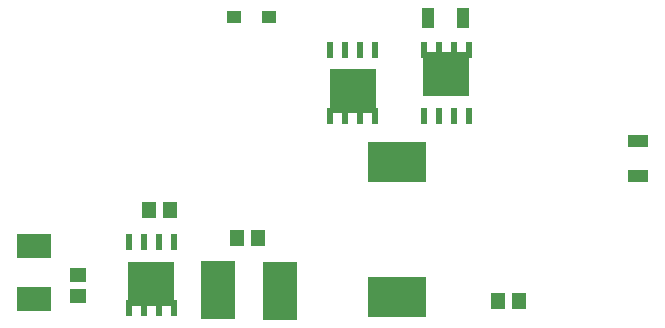
<source format=gtp>
G04*
G04 #@! TF.GenerationSoftware,Altium Limited,Altium Designer,20.0.2 (26)*
G04*
G04 Layer_Color=8421504*
%FSLAX25Y25*%
%MOIN*%
G70*
G01*
G75*
%ADD14R,0.04567X0.05787*%
%ADD15R,0.07087X0.04449*%
%ADD16R,0.04449X0.07087*%
%ADD17R,0.05787X0.04567*%
%ADD18R,0.19685X0.13780*%
%ADD19R,0.11811X0.19685*%
%ADD20R,0.02402X0.05512*%
%ADD21R,0.15748X0.15000*%
%ADD22R,0.11811X0.07874*%
%ADD23R,0.04921X0.03937*%
D14*
X158622Y144095D02*
D03*
X151614D02*
D03*
X187854Y134744D02*
D03*
X180847D02*
D03*
X267756Y113779D02*
D03*
X274764D02*
D03*
D15*
X314665Y167283D02*
D03*
Y155551D02*
D03*
D16*
X244528Y208169D02*
D03*
X256260D02*
D03*
D17*
X128000Y122504D02*
D03*
Y115496D02*
D03*
D18*
X234252Y160366D02*
D03*
X234253Y115090D02*
D03*
D19*
X195177Y117323D02*
D03*
X174606Y117421D02*
D03*
D20*
X243110Y175528D02*
D03*
X248110D02*
D03*
X253110D02*
D03*
X258110D02*
D03*
X258110Y197701D02*
D03*
X253110D02*
D03*
X248110D02*
D03*
X243110D02*
D03*
X226969Y197701D02*
D03*
X221969D02*
D03*
X216968D02*
D03*
X211968D02*
D03*
X211968Y175528D02*
D03*
X216968D02*
D03*
X221969D02*
D03*
X226969D02*
D03*
X159862Y133591D02*
D03*
X154862D02*
D03*
X149862D02*
D03*
X144862D02*
D03*
X144862Y111417D02*
D03*
X149862D02*
D03*
X154862D02*
D03*
X159862D02*
D03*
D21*
X250610Y189433D02*
D03*
X219468Y183795D02*
D03*
X152362Y119685D02*
D03*
D22*
X113091Y114567D02*
D03*
Y132087D02*
D03*
D23*
X179823Y208661D02*
D03*
X191437D02*
D03*
M02*

</source>
